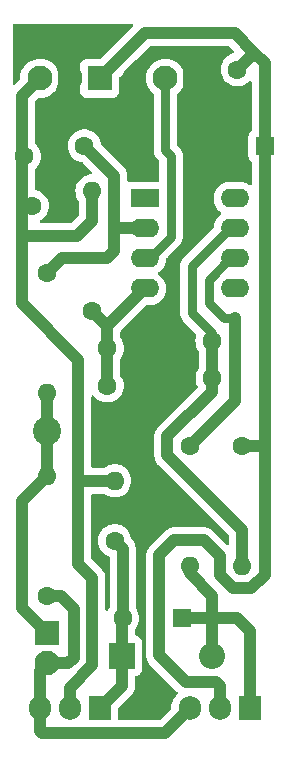
<source format=gbr>
%TF.GenerationSoftware,KiCad,Pcbnew,8.0.3*%
%TF.CreationDate,2024-11-04T11:57:41-05:00*%
%TF.ProjectId,engravable vector driver,656e6772-6176-4616-926c-652076656374,rev?*%
%TF.SameCoordinates,Original*%
%TF.FileFunction,Copper,L2,Bot*%
%TF.FilePolarity,Positive*%
%FSLAX46Y46*%
G04 Gerber Fmt 4.6, Leading zero omitted, Abs format (unit mm)*
G04 Created by KiCad (PCBNEW 8.0.3) date 2024-11-04 11:57:41*
%MOMM*%
%LPD*%
G01*
G04 APERTURE LIST*
%TA.AperFunction,ComponentPad*%
%ADD10C,1.600000*%
%TD*%
%TA.AperFunction,ComponentPad*%
%ADD11O,1.600000X1.600000*%
%TD*%
%TA.AperFunction,ComponentPad*%
%ADD12R,2.400000X1.600000*%
%TD*%
%TA.AperFunction,ComponentPad*%
%ADD13O,2.400000X1.600000*%
%TD*%
%TA.AperFunction,ComponentPad*%
%ADD14R,2.100000X2.100000*%
%TD*%
%TA.AperFunction,ComponentPad*%
%ADD15C,2.100000*%
%TD*%
%TA.AperFunction,ComponentPad*%
%ADD16R,1.905000X2.000000*%
%TD*%
%TA.AperFunction,ComponentPad*%
%ADD17O,1.905000X2.000000*%
%TD*%
%TA.AperFunction,ComponentPad*%
%ADD18C,2.400000*%
%TD*%
%TA.AperFunction,ComponentPad*%
%ADD19O,2.400000X2.400000*%
%TD*%
%TA.AperFunction,ComponentPad*%
%ADD20R,1.600000X1.600000*%
%TD*%
%TA.AperFunction,ComponentPad*%
%ADD21R,2.200000X2.200000*%
%TD*%
%TA.AperFunction,ComponentPad*%
%ADD22O,2.200000X2.200000*%
%TD*%
%TA.AperFunction,Conductor*%
%ADD23C,1.000000*%
%TD*%
%TA.AperFunction,Conductor*%
%ADD24C,0.800000*%
%TD*%
G04 APERTURE END LIST*
D10*
%TO.P,R4,1*%
%TO.N,Net-(U1-V-)*%
X7216208Y-24765000D03*
D11*
%TO.P,R4,2*%
%TO.N,V-*%
X7216208Y-14605000D03*
%TD*%
D12*
%TO.P,U1,1,VOS*%
%TO.N,unconnected-(U1-VOS-Pad1)*%
X11694000Y-15250000D03*
D13*
%TO.P,U1,2,-*%
%TO.N,Net-(U1--)*%
X11694000Y-17790000D03*
%TO.P,U1,3,+*%
%TO.N,Net-(J1-Pin_2)*%
X11694000Y-20330000D03*
%TO.P,U1,4,V-*%
%TO.N,Net-(U1-V-)*%
X11694000Y-22870000D03*
%TO.P,U1,5,NC*%
%TO.N,unconnected-(U1-NC-Pad5)*%
X19314000Y-22870000D03*
%TO.P,U1,6*%
%TO.N,Net-(R5-Pad1)*%
X19314000Y-20330000D03*
%TO.P,U1,7,V+*%
%TO.N,Net-(U1-V+)*%
X19314000Y-17790000D03*
%TO.P,U1,8,VOS*%
%TO.N,unconnected-(U1-VOS-Pad8)*%
X19314000Y-15250000D03*
%TD*%
D10*
%TO.P,C8,1*%
%TO.N,V+*%
X19535208Y-4338000D03*
%TO.P,C8,2*%
%TO.N,GND*%
X19535208Y-6838000D03*
%TD*%
%TO.P,R3,1*%
%TO.N,V+*%
X19939000Y-36195000D03*
D11*
%TO.P,R3,2*%
%TO.N,Net-(U1-V+)*%
X19939000Y-46355000D03*
%TD*%
D14*
%TO.P,J1,1,Pin_1*%
%TO.N,GND*%
X15979208Y-5080000D03*
D15*
%TO.P,J1,2,Pin_2*%
%TO.N,Net-(J1-Pin_2)*%
X13439208Y-5080000D03*
%TD*%
D10*
%TO.P,C9,1*%
%TO.N,GND*%
X4656208Y-15875000D03*
%TO.P,C9,2*%
%TO.N,V-*%
X2156208Y-15875000D03*
%TD*%
D14*
%TO.P,J2,1,Pin_1*%
%TO.N,V+*%
X7874000Y-5080000D03*
D15*
%TO.P,J2,2,Pin_2*%
%TO.N,GND*%
X5334000Y-5080000D03*
%TO.P,J2,3,Pin_3*%
%TO.N,V-*%
X2794000Y-5080000D03*
%TD*%
D16*
%TO.P,Q2,1,B*%
%TO.N,Net-(D1-K)*%
X7874000Y-58420000D03*
D17*
%TO.P,Q2,2,C*%
%TO.N,V-*%
X5334000Y-58420000D03*
%TO.P,Q2,3,E*%
%TO.N,Net-(J3-Pin_2)*%
X2794000Y-58420000D03*
%TD*%
D16*
%TO.P,Q1,1,B*%
%TO.N,Net-(D1-A)*%
X20574000Y-58420000D03*
D17*
%TO.P,Q1,2,C*%
%TO.N,V+*%
X18034000Y-58420000D03*
%TO.P,Q1,3,E*%
%TO.N,Net-(J3-Pin_2)*%
X15494000Y-58420000D03*
%TD*%
D10*
%TO.P,R2,1*%
%TO.N,Net-(U1--)*%
X3429000Y-21590000D03*
D11*
%TO.P,R2,2*%
%TO.N,Net-(J3-Pin_1)*%
X3429000Y-31750000D03*
%TD*%
D10*
%TO.P,C3,1*%
%TO.N,Net-(U1-V+)*%
X17399000Y-30480000D03*
%TO.P,C3,2*%
%TO.N,GND*%
X14899000Y-30480000D03*
%TD*%
%TO.P,R6,1*%
%TO.N,Net-(D1-K)*%
X9144000Y-44225000D03*
D11*
%TO.P,R6,2*%
%TO.N,V-*%
X9144000Y-39145000D03*
%TD*%
D10*
%TO.P,C1,1*%
%TO.N,Net-(U1-V+)*%
X17379000Y-27305000D03*
%TO.P,C1,2*%
%TO.N,GND*%
X14879000Y-27305000D03*
%TD*%
D18*
%TO.P,R8,1*%
%TO.N,Net-(J3-Pin_1)*%
X3429000Y-34925000D03*
D19*
%TO.P,R8,2*%
%TO.N,GND*%
X11049000Y-34925000D03*
%TD*%
D20*
%TO.P,C7,1*%
%TO.N,GND*%
X3990666Y-11696046D03*
D10*
%TO.P,C7,2*%
%TO.N,V-*%
X1490666Y-11696046D03*
%TD*%
%TO.P,C4,1*%
%TO.N,Net-(U1-V-)*%
X8509000Y-31115000D03*
%TO.P,C4,2*%
%TO.N,GND*%
X11009000Y-31115000D03*
%TD*%
D20*
%TO.P,C6,1*%
%TO.N,V+*%
X21866172Y-10841422D03*
D10*
%TO.P,C6,2*%
%TO.N,GND*%
X19366172Y-10841422D03*
%TD*%
D20*
%TO.P,C5,1*%
%TO.N,Net-(D1-A)*%
X14819000Y-50800000D03*
D10*
%TO.P,C5,2*%
%TO.N,Net-(D1-K)*%
X9819000Y-50800000D03*
%TD*%
%TO.P,C2,1*%
%TO.N,GND*%
X11029000Y-27940000D03*
%TO.P,C2,2*%
%TO.N,Net-(U1-V-)*%
X8529000Y-27940000D03*
%TD*%
D21*
%TO.P,D1,1,K*%
%TO.N,Net-(D1-K)*%
X9779000Y-53975000D03*
D22*
%TO.P,D1,2,A*%
%TO.N,Net-(D1-A)*%
X17399000Y-53975000D03*
%TD*%
D10*
%TO.P,R7,1*%
%TO.N,Net-(J3-Pin_2)*%
X3429000Y-48895000D03*
D11*
%TO.P,R7,2*%
%TO.N,Net-(J3-Pin_1)*%
X3429000Y-38735000D03*
%TD*%
D14*
%TO.P,J3,1,Pin_1*%
%TO.N,Net-(J3-Pin_1)*%
X3429000Y-52070000D03*
D15*
%TO.P,J3,2,Pin_2*%
%TO.N,Net-(J3-Pin_2)*%
X3429000Y-54610000D03*
%TD*%
D10*
%TO.P,R1,1*%
%TO.N,Net-(U1--)*%
X6581208Y-10795000D03*
D11*
%TO.P,R1,2*%
%TO.N,GND*%
X16741208Y-10795000D03*
%TD*%
D10*
%TO.P,R5,1*%
%TO.N,Net-(R5-Pad1)*%
X15494000Y-36195000D03*
D11*
%TO.P,R5,2*%
%TO.N,Net-(D1-A)*%
X15494000Y-46355000D03*
%TD*%
D23*
%TO.N,V+*%
X19535208Y-4338000D02*
X20943604Y-2929604D01*
X20943604Y-2909604D02*
X19304000Y-1270000D01*
X21844000Y-3810000D02*
X20943604Y-2909604D01*
X20943604Y-2929604D02*
X20943604Y-2909604D01*
%TO.N,Net-(D1-A)*%
X19535208Y-50800000D02*
X17399000Y-50800000D01*
X20574000Y-51838792D02*
X19535208Y-50800000D01*
X20574000Y-58420000D02*
X20574000Y-51838792D01*
%TO.N,V+*%
X21844000Y-38090000D02*
X21844000Y-36195000D01*
X20726006Y-48255000D02*
X21839000Y-47142006D01*
X21839000Y-38095000D02*
X21844000Y-38090000D01*
X19151994Y-48255000D02*
X20726006Y-48255000D01*
X18039000Y-47142006D02*
X19151994Y-48255000D01*
X21839000Y-47142006D02*
X21839000Y-38095000D01*
X16667006Y-44196000D02*
X18039000Y-45567994D01*
X18039000Y-45567994D02*
X18039000Y-47142006D01*
X12919000Y-45478208D02*
X14201208Y-44196000D01*
X12919000Y-53940000D02*
X12919000Y-45478208D01*
X17694000Y-56175000D02*
X15154000Y-56175000D01*
X15154000Y-56175000D02*
X12919000Y-53940000D01*
X18034000Y-56515000D02*
X17694000Y-56175000D01*
X14201208Y-44196000D02*
X16667006Y-44196000D01*
X18034000Y-58420000D02*
X18034000Y-56515000D01*
%TO.N,V-*%
X1254000Y-24136792D02*
X1254000Y-18415000D01*
X6073208Y-28956000D02*
X1254000Y-24136792D01*
X6073208Y-39116000D02*
X6073208Y-28956000D01*
X6102208Y-39145000D02*
X6073208Y-39116000D01*
X9144000Y-39145000D02*
X6102208Y-39145000D01*
%TO.N,GND*%
X15819208Y-2870000D02*
X15979208Y-3030000D01*
X10391208Y-6858000D02*
X10391208Y-4825534D01*
X15979208Y-3030000D02*
X15979208Y-5080000D01*
X12346742Y-2870000D02*
X15819208Y-2870000D01*
X9629208Y-7620000D02*
X10391208Y-6858000D01*
X10391208Y-4825534D02*
X12346742Y-2870000D01*
X6114000Y-7620000D02*
X9629208Y-7620000D01*
X5334000Y-6840000D02*
X6114000Y-7620000D01*
X5334000Y-5080000D02*
X5334000Y-6840000D01*
D24*
%TO.N,Net-(J1-Pin_2)*%
X12099584Y-20330000D02*
X11694000Y-20330000D01*
X13894000Y-18535584D02*
X12099584Y-20330000D01*
X13894000Y-11630792D02*
X13894000Y-18535584D01*
X13439208Y-11176000D02*
X13894000Y-11630792D01*
X13439208Y-5080000D02*
X13439208Y-11176000D01*
D23*
%TO.N,GND*%
X16741208Y-5842000D02*
X15979208Y-5080000D01*
X16741208Y-10795000D02*
X16741208Y-5842000D01*
D24*
%TO.N,Net-(U1-V+)*%
X19314000Y-17790000D02*
X18882224Y-17790000D01*
D23*
X19939000Y-46355000D02*
X19939000Y-43327006D01*
X17399000Y-30480000D02*
X17399000Y-27325000D01*
D24*
X17379000Y-26650000D02*
X17379000Y-27305000D01*
D23*
X17399000Y-27325000D02*
X17379000Y-27305000D01*
D24*
X18882224Y-17790000D02*
X15714000Y-20958224D01*
D23*
X13594000Y-36982006D02*
X13594000Y-35407994D01*
X19939000Y-43327006D02*
X13594000Y-36982006D01*
X13594000Y-35407994D02*
X17399000Y-31602994D01*
X17399000Y-31602994D02*
X17399000Y-30480000D01*
D24*
X15714000Y-20958224D02*
X15714000Y-24985000D01*
X15714000Y-24985000D02*
X17379000Y-26650000D01*
D23*
%TO.N,GND*%
X11049000Y-33080000D02*
X11049000Y-31155000D01*
X13886378Y-28872378D02*
X12954000Y-27940000D01*
X14879000Y-27305000D02*
X14079001Y-26505001D01*
X16741208Y-17809696D02*
X16741208Y-10795000D01*
X14899000Y-30480000D02*
X14899000Y-28872378D01*
X11049000Y-34925000D02*
X11049000Y-33080000D01*
X14079001Y-20471903D02*
X16741208Y-17809696D01*
X11009000Y-31115000D02*
X11009000Y-27960000D01*
X11029000Y-27940000D02*
X12954000Y-27940000D01*
X14899000Y-27325000D02*
X14879000Y-27305000D01*
X14899000Y-28872378D02*
X13886378Y-28872378D01*
X11049000Y-31155000D02*
X11009000Y-31115000D01*
X14079001Y-26505001D02*
X14079001Y-20471903D01*
X14899000Y-28872378D02*
X14899000Y-27325000D01*
%TO.N,Net-(U1-V-)*%
X8509000Y-31115000D02*
X8509000Y-27960000D01*
X8529000Y-26035000D02*
X8529000Y-26670000D01*
X11694000Y-22870000D02*
X8529000Y-26035000D01*
X8529000Y-26670000D02*
X8529000Y-27940000D01*
X7216208Y-24765000D02*
X8509000Y-26057792D01*
%TO.N,Net-(D1-K)*%
X9819000Y-44900000D02*
X9144000Y-44225000D01*
X7874000Y-58420000D02*
X9779000Y-56515000D01*
X9779000Y-53975000D02*
X9779000Y-50840000D01*
X9819000Y-50800000D02*
X9819000Y-44900000D01*
X9779000Y-50840000D02*
X9819000Y-50800000D01*
X9779000Y-56515000D02*
X9779000Y-53975000D01*
%TO.N,Net-(D1-A)*%
X17399000Y-53975000D02*
X17399000Y-50800000D01*
X17399000Y-50800000D02*
X17399000Y-48895000D01*
X17399000Y-50800000D02*
X14819000Y-50800000D01*
X17399000Y-48895000D02*
X15494000Y-46990000D01*
X15494000Y-46990000D02*
X15494000Y-46355000D01*
%TO.N,V+*%
X11684000Y-1270000D02*
X7874000Y-5080000D01*
X21844000Y-36195000D02*
X21844000Y-4445000D01*
X19304000Y-1270000D02*
X11684000Y-1270000D01*
X21844000Y-4445000D02*
X21844000Y-3810000D01*
X19939000Y-36195000D02*
X21844000Y-36195000D01*
%TO.N,V-*%
X1254000Y-17780000D02*
X1254000Y-18415000D01*
X1254000Y-18415000D02*
X5946208Y-18415000D01*
X5946208Y-18415000D02*
X7216208Y-17145000D01*
X2794000Y-5080000D02*
X1254000Y-6620000D01*
X1254000Y-6620000D02*
X1254000Y-14605000D01*
X1254000Y-15875000D02*
X1254000Y-17780000D01*
X1254000Y-14605000D02*
X1254000Y-15875000D01*
X7216208Y-17145000D02*
X7216208Y-14605000D01*
%TO.N,Net-(U1--)*%
X3429000Y-21590000D02*
X4699000Y-20320000D01*
X9121208Y-17790000D02*
X9121208Y-13335000D01*
X4699000Y-20320000D02*
X8486208Y-20320000D01*
X9121208Y-17790000D02*
X11694000Y-17790000D01*
X8486208Y-20320000D02*
X9121208Y-19685000D01*
X9121208Y-19685000D02*
X9121208Y-17790000D01*
X9121208Y-13335000D02*
X6581208Y-10795000D01*
%TO.N,Net-(J3-Pin_2)*%
X5664000Y-49998630D02*
X4560370Y-48895000D01*
X4560370Y-48895000D02*
X3429000Y-48895000D01*
X2989000Y-60520000D02*
X13394000Y-60520000D01*
X2794000Y-58420000D02*
X2794000Y-60325000D01*
X2794000Y-55245000D02*
X3429000Y-54610000D01*
X2794000Y-60325000D02*
X2989000Y-60520000D01*
X5189000Y-54610000D02*
X5664000Y-54135000D01*
X3429000Y-54610000D02*
X5189000Y-54610000D01*
X13394000Y-60520000D02*
X15494000Y-58420000D01*
X2794000Y-58420000D02*
X2794000Y-55245000D01*
X5664000Y-54135000D02*
X5664000Y-49998630D01*
%TO.N,Net-(J3-Pin_1)*%
X3429000Y-52070000D02*
X1254000Y-49895000D01*
X1254000Y-49895000D02*
X1254000Y-40910000D01*
X3429000Y-38735000D02*
X3429000Y-34925000D01*
X1254000Y-40910000D02*
X3429000Y-38735000D01*
X3429000Y-31750000D02*
X3429000Y-34925000D01*
D24*
%TO.N,Net-(R5-Pad1)*%
X17114000Y-24133585D02*
X17114000Y-22124416D01*
D23*
X19304000Y-25400000D02*
X19304000Y-32385000D01*
D24*
X19304000Y-25400000D02*
X18380415Y-25400000D01*
X18908416Y-20330000D02*
X19314000Y-20330000D01*
X18380415Y-25400000D02*
X17114000Y-24133585D01*
D23*
X19304000Y-32385000D02*
X15494000Y-36195000D01*
D24*
X17114000Y-22124416D02*
X18908416Y-20330000D01*
D23*
%TO.N,V-*%
X7264000Y-54797742D02*
X7264000Y-47418792D01*
X7264000Y-47418792D02*
X6073208Y-46228000D01*
X6073208Y-46228000D02*
X6073208Y-39116000D01*
X7264000Y-54797742D02*
X5334000Y-56727742D01*
X5334000Y-56727742D02*
X5334000Y-58420000D01*
%TD*%
%TA.AperFunction,Conductor*%
%TO.N,GND*%
G36*
X10664835Y-520185D02*
G01*
X10710590Y-572989D01*
X10720534Y-642147D01*
X10691509Y-705703D01*
X10685477Y-712181D01*
X8004475Y-3393181D01*
X7943152Y-3426666D01*
X7916794Y-3429500D01*
X6784636Y-3429500D01*
X6667246Y-3444953D01*
X6667237Y-3444956D01*
X6521160Y-3505463D01*
X6395718Y-3601718D01*
X6299463Y-3727160D01*
X6238956Y-3873237D01*
X6238955Y-3873239D01*
X6223501Y-3990629D01*
X6223500Y-3990645D01*
X6223500Y-6169363D01*
X6238953Y-6286753D01*
X6238956Y-6286762D01*
X6293901Y-6419412D01*
X6299464Y-6432841D01*
X6395718Y-6558282D01*
X6521159Y-6654536D01*
X6667238Y-6715044D01*
X6784639Y-6730500D01*
X8963360Y-6730499D01*
X8963363Y-6730499D01*
X9080753Y-6715046D01*
X9080757Y-6715044D01*
X9080762Y-6715044D01*
X9226841Y-6654536D01*
X9352282Y-6558282D01*
X9448536Y-6432841D01*
X9509044Y-6286762D01*
X9524500Y-6169361D01*
X9524499Y-5037202D01*
X9544184Y-4970164D01*
X9560813Y-4949527D01*
X12103523Y-2406819D01*
X12164846Y-2373334D01*
X12191204Y-2370500D01*
X18796796Y-2370500D01*
X18863835Y-2390185D01*
X18884477Y-2406819D01*
X19245876Y-2768218D01*
X19279361Y-2829541D01*
X19274377Y-2899233D01*
X19232505Y-2955166D01*
X19194781Y-2973171D01*
X19195078Y-2974036D01*
X18970712Y-3051061D01*
X18970703Y-3051064D01*
X18766579Y-3161531D01*
X18766573Y-3161535D01*
X18583430Y-3304081D01*
X18583427Y-3304084D01*
X18426224Y-3474852D01*
X18299283Y-3669151D01*
X18206050Y-3881699D01*
X18149074Y-4106691D01*
X18149072Y-4106702D01*
X18129908Y-4337993D01*
X18129908Y-4338006D01*
X18149072Y-4569297D01*
X18149074Y-4569308D01*
X18206050Y-4794300D01*
X18299283Y-5006848D01*
X18426224Y-5201147D01*
X18426227Y-5201151D01*
X18426229Y-5201153D01*
X18583424Y-5371913D01*
X18583427Y-5371915D01*
X18583430Y-5371918D01*
X18766573Y-5514464D01*
X18766579Y-5514468D01*
X18766582Y-5514470D01*
X18970705Y-5624936D01*
X19084695Y-5664068D01*
X19190223Y-5700297D01*
X19190225Y-5700297D01*
X19190227Y-5700298D01*
X19419159Y-5738500D01*
X19419160Y-5738500D01*
X19651256Y-5738500D01*
X19651257Y-5738500D01*
X19880189Y-5700298D01*
X20099711Y-5624936D01*
X20303834Y-5514470D01*
X20486992Y-5371913D01*
X20528271Y-5327070D01*
X20588157Y-5291082D01*
X20657995Y-5293182D01*
X20715611Y-5332705D01*
X20742713Y-5397105D01*
X20743500Y-5411055D01*
X20743500Y-9470951D01*
X20723815Y-9537990D01*
X20694988Y-9569326D01*
X20637892Y-9613137D01*
X20541635Y-9738582D01*
X20481128Y-9884659D01*
X20481127Y-9884661D01*
X20465673Y-10002051D01*
X20465672Y-10002067D01*
X20465672Y-11680785D01*
X20481125Y-11798175D01*
X20481128Y-11798184D01*
X20541636Y-11944263D01*
X20637890Y-12069704D01*
X20694987Y-12113515D01*
X20736189Y-12169941D01*
X20743500Y-12211890D01*
X20743500Y-14023497D01*
X20723815Y-14090536D01*
X20671011Y-14136291D01*
X20601853Y-14146235D01*
X20546615Y-14123816D01*
X20448021Y-14052184D01*
X20251606Y-13952104D01*
X20251603Y-13952103D01*
X20041952Y-13883985D01*
X19921807Y-13864956D01*
X19824222Y-13849500D01*
X18803778Y-13849500D01*
X18794674Y-13850942D01*
X18586047Y-13883985D01*
X18376396Y-13952103D01*
X18376393Y-13952104D01*
X18179974Y-14052187D01*
X18001641Y-14181752D01*
X18001636Y-14181756D01*
X17845756Y-14337636D01*
X17845752Y-14337641D01*
X17716187Y-14515974D01*
X17616104Y-14712393D01*
X17616103Y-14712396D01*
X17547985Y-14922047D01*
X17513500Y-15139778D01*
X17513500Y-15360221D01*
X17547985Y-15577952D01*
X17616103Y-15787603D01*
X17616104Y-15787606D01*
X17716187Y-15984025D01*
X17845752Y-16162358D01*
X17845756Y-16162363D01*
X18001636Y-16318243D01*
X18001641Y-16318247D01*
X18141254Y-16419682D01*
X18183920Y-16475012D01*
X18189899Y-16544625D01*
X18157293Y-16606420D01*
X18141254Y-16620318D01*
X18001641Y-16721752D01*
X18001636Y-16721756D01*
X17845756Y-16877636D01*
X17845752Y-16877641D01*
X17716187Y-17055974D01*
X17616104Y-17252393D01*
X17616103Y-17252396D01*
X17547985Y-17462047D01*
X17513500Y-17679778D01*
X17513500Y-17692441D01*
X17493815Y-17759480D01*
X17477181Y-17780122D01*
X15076220Y-20181083D01*
X15076218Y-20181085D01*
X15029601Y-20227702D01*
X14936859Y-20320443D01*
X14827371Y-20484303D01*
X14827364Y-20484316D01*
X14751950Y-20666384D01*
X14751947Y-20666394D01*
X14713500Y-20859680D01*
X14713500Y-25083544D01*
X14751947Y-25276829D01*
X14751950Y-25276840D01*
X14762147Y-25301454D01*
X14762148Y-25301460D01*
X14762149Y-25301460D01*
X14827368Y-25458914D01*
X14827369Y-25458917D01*
X14936859Y-25622780D01*
X14936860Y-25622781D01*
X14936861Y-25622782D01*
X15076218Y-25762139D01*
X15076219Y-25762139D01*
X15083286Y-25769206D01*
X15083285Y-25769206D01*
X15083289Y-25769209D01*
X16024370Y-26710290D01*
X16057855Y-26771613D01*
X16052871Y-26841305D01*
X16050255Y-26847757D01*
X16049848Y-26848684D01*
X16049842Y-26848701D01*
X15992866Y-27073691D01*
X15992864Y-27073702D01*
X15973700Y-27304993D01*
X15973700Y-27305006D01*
X15992864Y-27536297D01*
X15992866Y-27536308D01*
X16049842Y-27761300D01*
X16143076Y-27973850D01*
X16270019Y-28168150D01*
X16272352Y-28171147D01*
X16297996Y-28236140D01*
X16298500Y-28247311D01*
X16298500Y-29566951D01*
X16278815Y-29633990D01*
X16278309Y-29634772D01*
X16163075Y-29811151D01*
X16069842Y-30023699D01*
X16012866Y-30248691D01*
X16012864Y-30248702D01*
X15993700Y-30479993D01*
X15993700Y-30480006D01*
X16012864Y-30711297D01*
X16012866Y-30711308D01*
X16069842Y-30936300D01*
X16163077Y-31148853D01*
X16165516Y-31153359D01*
X16163561Y-31154416D01*
X16181031Y-31212353D01*
X16161833Y-31279533D01*
X16144715Y-31300934D01*
X12877072Y-34568580D01*
X12754588Y-34691063D01*
X12754588Y-34691064D01*
X12754586Y-34691066D01*
X12710859Y-34751250D01*
X12652768Y-34831205D01*
X12574128Y-34985546D01*
X12520597Y-35150296D01*
X12493500Y-35321383D01*
X12493500Y-37068616D01*
X12518888Y-37228915D01*
X12520598Y-37239707D01*
X12554338Y-37343548D01*
X12574128Y-37404453D01*
X12613607Y-37481935D01*
X12652768Y-37558794D01*
X12754586Y-37698934D01*
X12754588Y-37698936D01*
X18802181Y-43746529D01*
X18835666Y-43807852D01*
X18838500Y-43834210D01*
X18838500Y-44511790D01*
X18818815Y-44578829D01*
X18766011Y-44624584D01*
X18696853Y-44634528D01*
X18633297Y-44605503D01*
X18626819Y-44599471D01*
X17383936Y-43356588D01*
X17383934Y-43356586D01*
X17243794Y-43254768D01*
X17089451Y-43176127D01*
X16924707Y-43122598D01*
X16924705Y-43122597D01*
X16924704Y-43122597D01*
X16793277Y-43101781D01*
X16753617Y-43095500D01*
X14287819Y-43095500D01*
X14114597Y-43095500D01*
X14074936Y-43101781D01*
X13943510Y-43122597D01*
X13778760Y-43176128D01*
X13624419Y-43254768D01*
X13544464Y-43312859D01*
X13484280Y-43356586D01*
X13484278Y-43356588D01*
X13484277Y-43356588D01*
X12079588Y-44761277D01*
X12079588Y-44761278D01*
X12079586Y-44761280D01*
X12035859Y-44821464D01*
X11977768Y-44901419D01*
X11899128Y-45055760D01*
X11845597Y-45220510D01*
X11818500Y-45391597D01*
X11818500Y-54026610D01*
X11829868Y-54098389D01*
X11845598Y-54197701D01*
X11899127Y-54362445D01*
X11977768Y-54516788D01*
X12079586Y-54656928D01*
X12079588Y-54656930D01*
X14437072Y-57014414D01*
X14446309Y-57021125D01*
X14488974Y-57076456D01*
X14494952Y-57146069D01*
X14462345Y-57207864D01*
X14461104Y-57209123D01*
X14309437Y-57360790D01*
X14165755Y-57558550D01*
X14054780Y-57776352D01*
X13979239Y-58008841D01*
X13941000Y-58250276D01*
X13941000Y-58365296D01*
X13921315Y-58432335D01*
X13904681Y-58452977D01*
X12974477Y-59383181D01*
X12913154Y-59416666D01*
X12886796Y-59419500D01*
X9551000Y-59419500D01*
X9483961Y-59399815D01*
X9438206Y-59347011D01*
X9427000Y-59295500D01*
X9426999Y-58474703D01*
X9446683Y-58407664D01*
X9463313Y-58387027D01*
X10618414Y-57231928D01*
X10720232Y-57091788D01*
X10798873Y-56937445D01*
X10852402Y-56772701D01*
X10879500Y-56601611D01*
X10879500Y-56428389D01*
X10879500Y-55789361D01*
X10899185Y-55722322D01*
X10951989Y-55676567D01*
X10987317Y-55666422D01*
X11035753Y-55660046D01*
X11035757Y-55660044D01*
X11035762Y-55660044D01*
X11181841Y-55599536D01*
X11307282Y-55503282D01*
X11403536Y-55377841D01*
X11464044Y-55231762D01*
X11479500Y-55114361D01*
X11479499Y-52835640D01*
X11479499Y-52835636D01*
X11464046Y-52718246D01*
X11464044Y-52718241D01*
X11464044Y-52718238D01*
X11403536Y-52572159D01*
X11307282Y-52446718D01*
X11181841Y-52350464D01*
X11171054Y-52345996D01*
X11119156Y-52324499D01*
X11035762Y-52289956D01*
X11026457Y-52288731D01*
X10987313Y-52283577D01*
X10923417Y-52255309D01*
X10884946Y-52196984D01*
X10879500Y-52160638D01*
X10879500Y-51764200D01*
X10899185Y-51697161D01*
X10912271Y-51680217D01*
X10927978Y-51663154D01*
X10959500Y-51614906D01*
X11054924Y-51468849D01*
X11148157Y-51256300D01*
X11205134Y-51031305D01*
X11205135Y-51031297D01*
X11224300Y-50800006D01*
X11224300Y-50799993D01*
X11205135Y-50568702D01*
X11205133Y-50568691D01*
X11148157Y-50343699D01*
X11054924Y-50131151D01*
X10939691Y-49954772D01*
X10919503Y-49887883D01*
X10919500Y-49886951D01*
X10919500Y-44813389D01*
X10911246Y-44761277D01*
X10892402Y-44642299D01*
X10838873Y-44477555D01*
X10760232Y-44323212D01*
X10658414Y-44183072D01*
X10567795Y-44092453D01*
X10534310Y-44031130D01*
X10531900Y-44015019D01*
X10530134Y-43993695D01*
X10473157Y-43768700D01*
X10379924Y-43556151D01*
X10252983Y-43361852D01*
X10252980Y-43361849D01*
X10252979Y-43361847D01*
X10095784Y-43191087D01*
X10095779Y-43191083D01*
X10095777Y-43191081D01*
X9912634Y-43048535D01*
X9912628Y-43048531D01*
X9708504Y-42938064D01*
X9708495Y-42938061D01*
X9488984Y-42862702D01*
X9317282Y-42834050D01*
X9260049Y-42824500D01*
X9027951Y-42824500D01*
X8982164Y-42832140D01*
X8799015Y-42862702D01*
X8579504Y-42938061D01*
X8579495Y-42938064D01*
X8375371Y-43048531D01*
X8375365Y-43048535D01*
X8192222Y-43191081D01*
X8192219Y-43191084D01*
X8035016Y-43361852D01*
X7908075Y-43556151D01*
X7814842Y-43768699D01*
X7757866Y-43993691D01*
X7757864Y-43993702D01*
X7738700Y-44224993D01*
X7738700Y-44225006D01*
X7757864Y-44456297D01*
X7757866Y-44456308D01*
X7814842Y-44681300D01*
X7908075Y-44893848D01*
X8035016Y-45088147D01*
X8035019Y-45088151D01*
X8035021Y-45088153D01*
X8192216Y-45258913D01*
X8192219Y-45258915D01*
X8192222Y-45258918D01*
X8375365Y-45401464D01*
X8375371Y-45401468D01*
X8375374Y-45401470D01*
X8579497Y-45511936D01*
X8634763Y-45530908D01*
X8691777Y-45571292D01*
X8717908Y-45636091D01*
X8718500Y-45648189D01*
X8718500Y-49886951D01*
X8698815Y-49953990D01*
X8698309Y-49954772D01*
X8592309Y-50117018D01*
X8539163Y-50162375D01*
X8469931Y-50171799D01*
X8406595Y-50142297D01*
X8369264Y-50083237D01*
X8364500Y-50049197D01*
X8364500Y-47332181D01*
X8337402Y-47161093D01*
X8337402Y-47161091D01*
X8285380Y-47000985D01*
X8284318Y-46997219D01*
X8205231Y-46842003D01*
X8182924Y-46811300D01*
X8103414Y-46701864D01*
X7210027Y-45808477D01*
X7176542Y-45747154D01*
X7173708Y-45720796D01*
X7173708Y-40369500D01*
X7193393Y-40302461D01*
X7246197Y-40256706D01*
X7297708Y-40245500D01*
X8235198Y-40245500D01*
X8302237Y-40265185D01*
X8311360Y-40271647D01*
X8375365Y-40321464D01*
X8375371Y-40321468D01*
X8375374Y-40321470D01*
X8579497Y-40431936D01*
X8693487Y-40471068D01*
X8799015Y-40507297D01*
X8799017Y-40507297D01*
X8799019Y-40507298D01*
X9027951Y-40545500D01*
X9027952Y-40545500D01*
X9260048Y-40545500D01*
X9260049Y-40545500D01*
X9488981Y-40507298D01*
X9708503Y-40431936D01*
X9912626Y-40321470D01*
X10095784Y-40178913D01*
X10252979Y-40008153D01*
X10379924Y-39813849D01*
X10473157Y-39601300D01*
X10530134Y-39376305D01*
X10545717Y-39188245D01*
X10549300Y-39145006D01*
X10549300Y-39144993D01*
X10530135Y-38913702D01*
X10530133Y-38913691D01*
X10473157Y-38688699D01*
X10379924Y-38476151D01*
X10252983Y-38281852D01*
X10252980Y-38281849D01*
X10252979Y-38281847D01*
X10095784Y-38111087D01*
X10095779Y-38111083D01*
X10095777Y-38111081D01*
X9912634Y-37968535D01*
X9912628Y-37968531D01*
X9708504Y-37858064D01*
X9708495Y-37858061D01*
X9488984Y-37782702D01*
X9317282Y-37754050D01*
X9260049Y-37744500D01*
X9027951Y-37744500D01*
X8982164Y-37752140D01*
X8799015Y-37782702D01*
X8579504Y-37858061D01*
X8579495Y-37858064D01*
X8375371Y-37968531D01*
X8375365Y-37968535D01*
X8311360Y-38018353D01*
X8246366Y-38043996D01*
X8235198Y-38044500D01*
X7297708Y-38044500D01*
X7230669Y-38024815D01*
X7184914Y-37972011D01*
X7173708Y-37920500D01*
X7173708Y-32048264D01*
X7193393Y-31981225D01*
X7246197Y-31935470D01*
X7315355Y-31925526D01*
X7378911Y-31954551D01*
X7396333Y-31974508D01*
X7396863Y-31974097D01*
X7400011Y-31978141D01*
X7400017Y-31978147D01*
X7400021Y-31978153D01*
X7557216Y-32148913D01*
X7557219Y-32148915D01*
X7557222Y-32148918D01*
X7740365Y-32291464D01*
X7740371Y-32291468D01*
X7740374Y-32291470D01*
X7944497Y-32401936D01*
X8058487Y-32441068D01*
X8164015Y-32477297D01*
X8164017Y-32477297D01*
X8164019Y-32477298D01*
X8392951Y-32515500D01*
X8392952Y-32515500D01*
X8625048Y-32515500D01*
X8625049Y-32515500D01*
X8853981Y-32477298D01*
X9073503Y-32401936D01*
X9277626Y-32291470D01*
X9460784Y-32148913D01*
X9617979Y-31978153D01*
X9744924Y-31783849D01*
X9838157Y-31571300D01*
X9895134Y-31346305D01*
X9898620Y-31304237D01*
X9914300Y-31115006D01*
X9914300Y-31114993D01*
X9895135Y-30883702D01*
X9895133Y-30883691D01*
X9838157Y-30658699D01*
X9744924Y-30446151D01*
X9629691Y-30269772D01*
X9609503Y-30202883D01*
X9609500Y-30201951D01*
X9609500Y-28882311D01*
X9629185Y-28815272D01*
X9635648Y-28806147D01*
X9637970Y-28803162D01*
X9637979Y-28803153D01*
X9764924Y-28608849D01*
X9858157Y-28396300D01*
X9915134Y-28171305D01*
X9915147Y-28171147D01*
X9934300Y-27940006D01*
X9934300Y-27939993D01*
X9915135Y-27708702D01*
X9915133Y-27708691D01*
X9858157Y-27483699D01*
X9764924Y-27271151D01*
X9649691Y-27094772D01*
X9629503Y-27027883D01*
X9629500Y-27026951D01*
X9629500Y-26542204D01*
X9649185Y-26475165D01*
X9665819Y-26454523D01*
X11813523Y-24306819D01*
X11874846Y-24273334D01*
X11901204Y-24270500D01*
X12204221Y-24270500D01*
X12204222Y-24270500D01*
X12421951Y-24236015D01*
X12631606Y-24167895D01*
X12828022Y-24067815D01*
X13006365Y-23938242D01*
X13162242Y-23782365D01*
X13291815Y-23604022D01*
X13391895Y-23407606D01*
X13460015Y-23197951D01*
X13494500Y-22980222D01*
X13494500Y-22759778D01*
X13460015Y-22542049D01*
X13391895Y-22332394D01*
X13391895Y-22332393D01*
X13354421Y-22258848D01*
X13291815Y-22135978D01*
X13226661Y-22046300D01*
X13162247Y-21957641D01*
X13162243Y-21957636D01*
X13006363Y-21801756D01*
X13006358Y-21801752D01*
X12866745Y-21700318D01*
X12824079Y-21644989D01*
X12818100Y-21575375D01*
X12850705Y-21513580D01*
X12866745Y-21499682D01*
X13006358Y-21398247D01*
X13006356Y-21398247D01*
X13006365Y-21398242D01*
X13162242Y-21242365D01*
X13291815Y-21064022D01*
X13391895Y-20867606D01*
X13460015Y-20657951D01*
X13494500Y-20440222D01*
X13494500Y-20401366D01*
X13514185Y-20334327D01*
X13530819Y-20313685D01*
X14671136Y-19173369D01*
X14671136Y-19173368D01*
X14671139Y-19173366D01*
X14723167Y-19095500D01*
X14780631Y-19009500D01*
X14780635Y-19009492D01*
X14796943Y-18970117D01*
X14834064Y-18880500D01*
X14856051Y-18827420D01*
X14894500Y-18634125D01*
X14894500Y-18437044D01*
X14894500Y-11532251D01*
X14894500Y-11532248D01*
X14856052Y-11338962D01*
X14856051Y-11338961D01*
X14856051Y-11338957D01*
X14814957Y-11239746D01*
X14780635Y-11156884D01*
X14780628Y-11156871D01*
X14671139Y-10993010D01*
X14671136Y-10993006D01*
X14528686Y-10850556D01*
X14528655Y-10850527D01*
X14476027Y-10797899D01*
X14442542Y-10736576D01*
X14439708Y-10710218D01*
X14439708Y-6453208D01*
X14459393Y-6386169D01*
X14483173Y-6358920D01*
X14609897Y-6250689D01*
X14778620Y-6053140D01*
X14914362Y-5831628D01*
X15013781Y-5591610D01*
X15074429Y-5338994D01*
X15094812Y-5080000D01*
X15074429Y-4821006D01*
X15013781Y-4568390D01*
X14914362Y-4328372D01*
X14778620Y-4106860D01*
X14609897Y-3909311D01*
X14412348Y-3740588D01*
X14190836Y-3604846D01*
X14190835Y-3604845D01*
X14190831Y-3604843D01*
X14024835Y-3536086D01*
X13950818Y-3505427D01*
X13950819Y-3505427D01*
X13813129Y-3472370D01*
X13698202Y-3444779D01*
X13698200Y-3444778D01*
X13698199Y-3444778D01*
X13439208Y-3424396D01*
X13180217Y-3444778D01*
X12927597Y-3505427D01*
X12687584Y-3604843D01*
X12466067Y-3740588D01*
X12268519Y-3909311D01*
X12099796Y-4106859D01*
X11964051Y-4328376D01*
X11864635Y-4568389D01*
X11803986Y-4821009D01*
X11783604Y-5080000D01*
X11803986Y-5338990D01*
X11864635Y-5591610D01*
X11964051Y-5831623D01*
X11964053Y-5831627D01*
X11964054Y-5831628D01*
X12099796Y-6053140D01*
X12268519Y-6250689D01*
X12395240Y-6358919D01*
X12433433Y-6417424D01*
X12438708Y-6453208D01*
X12438708Y-11274543D01*
X12476540Y-11464738D01*
X12476541Y-11464741D01*
X12477157Y-11467835D01*
X12477158Y-11467838D01*
X12552572Y-11649907D01*
X12552579Y-11649920D01*
X12662068Y-11813781D01*
X12662071Y-11813785D01*
X12805745Y-11957459D01*
X12805767Y-11957479D01*
X12857181Y-12008893D01*
X12890666Y-12070216D01*
X12893500Y-12096574D01*
X12893500Y-13725500D01*
X12873815Y-13792539D01*
X12821011Y-13838294D01*
X12769500Y-13849500D01*
X10454643Y-13849500D01*
X10361890Y-13861710D01*
X10292855Y-13850942D01*
X10240601Y-13804561D01*
X10221708Y-13738770D01*
X10221708Y-13248389D01*
X10194610Y-13077301D01*
X10194610Y-13077299D01*
X10142588Y-12917193D01*
X10141526Y-12913427D01*
X10079652Y-12791993D01*
X10062440Y-12758212D01*
X9960622Y-12618072D01*
X8005003Y-10662453D01*
X7971518Y-10601130D01*
X7969108Y-10585019D01*
X7967342Y-10563695D01*
X7910365Y-10338700D01*
X7817132Y-10126151D01*
X7736064Y-10002067D01*
X7690191Y-9931852D01*
X7690188Y-9931849D01*
X7690187Y-9931847D01*
X7532992Y-9761087D01*
X7532987Y-9761083D01*
X7532985Y-9761081D01*
X7349842Y-9618535D01*
X7349836Y-9618531D01*
X7145712Y-9508064D01*
X7145703Y-9508061D01*
X6926192Y-9432702D01*
X6754490Y-9404050D01*
X6697257Y-9394500D01*
X6465159Y-9394500D01*
X6419372Y-9402140D01*
X6236223Y-9432702D01*
X6016712Y-9508061D01*
X6016703Y-9508064D01*
X5812579Y-9618531D01*
X5812573Y-9618535D01*
X5629430Y-9761081D01*
X5629427Y-9761084D01*
X5472224Y-9931852D01*
X5345283Y-10126151D01*
X5252050Y-10338699D01*
X5195074Y-10563691D01*
X5195072Y-10563702D01*
X5175908Y-10794993D01*
X5175908Y-10795006D01*
X5195072Y-11026297D01*
X5195074Y-11026308D01*
X5252050Y-11251300D01*
X5345283Y-11463848D01*
X5472224Y-11658147D01*
X5472227Y-11658151D01*
X5472229Y-11658153D01*
X5629424Y-11828913D01*
X5629427Y-11828915D01*
X5629430Y-11828918D01*
X5812573Y-11971464D01*
X5812579Y-11971468D01*
X5812582Y-11971470D01*
X6016705Y-12081936D01*
X6236227Y-12157298D01*
X6378214Y-12180990D01*
X6441097Y-12211440D01*
X6445484Y-12215618D01*
X7222685Y-12992819D01*
X7256170Y-13054142D01*
X7251186Y-13123834D01*
X7209314Y-13179767D01*
X7143850Y-13204184D01*
X7135004Y-13204500D01*
X7100159Y-13204500D01*
X7054372Y-13212140D01*
X6871223Y-13242702D01*
X6651712Y-13318061D01*
X6651703Y-13318064D01*
X6447579Y-13428531D01*
X6447573Y-13428535D01*
X6264430Y-13571081D01*
X6264427Y-13571084D01*
X6107224Y-13741852D01*
X5980283Y-13936151D01*
X5887050Y-14148699D01*
X5830074Y-14373691D01*
X5830072Y-14373702D01*
X5810908Y-14604993D01*
X5810908Y-14605006D01*
X5830072Y-14836297D01*
X5830074Y-14836308D01*
X5887050Y-15061300D01*
X5980282Y-15273845D01*
X5980284Y-15273849D01*
X6095517Y-15450227D01*
X6115704Y-15517115D01*
X6115708Y-15518047D01*
X6115708Y-16637796D01*
X6096023Y-16704835D01*
X6079389Y-16725477D01*
X5526685Y-17278181D01*
X5465362Y-17311666D01*
X5439004Y-17314500D01*
X2928463Y-17314500D01*
X2861424Y-17294815D01*
X2815669Y-17242011D01*
X2805725Y-17172853D01*
X2834750Y-17109297D01*
X2869445Y-17081445D01*
X2924834Y-17051470D01*
X3107992Y-16908913D01*
X3265187Y-16738153D01*
X3392132Y-16543849D01*
X3485365Y-16331300D01*
X3542342Y-16106305D01*
X3542343Y-16106297D01*
X3561508Y-15875006D01*
X3561508Y-15874993D01*
X3542343Y-15643702D01*
X3542341Y-15643691D01*
X3485365Y-15418699D01*
X3392132Y-15206151D01*
X3265191Y-15011852D01*
X3265188Y-15011849D01*
X3265187Y-15011847D01*
X3107992Y-14841087D01*
X3107987Y-14841083D01*
X3107985Y-14841081D01*
X2924842Y-14698535D01*
X2924836Y-14698531D01*
X2720712Y-14588064D01*
X2720703Y-14588061D01*
X2501186Y-14512700D01*
X2501188Y-14512700D01*
X2458088Y-14505508D01*
X2395204Y-14475057D01*
X2358765Y-14415442D01*
X2354500Y-14383200D01*
X2354500Y-12859032D01*
X2374185Y-12791993D01*
X2402335Y-12761180D01*
X2442450Y-12729959D01*
X2599645Y-12559199D01*
X2726590Y-12364895D01*
X2819823Y-12152346D01*
X2876800Y-11927351D01*
X2876801Y-11927343D01*
X2895966Y-11696052D01*
X2895966Y-11696039D01*
X2876801Y-11464748D01*
X2876799Y-11464737D01*
X2819823Y-11239745D01*
X2726590Y-11027197D01*
X2599649Y-10832898D01*
X2599646Y-10832895D01*
X2599645Y-10832893D01*
X2442450Y-10662133D01*
X2438780Y-10659277D01*
X2402336Y-10630910D01*
X2361524Y-10574200D01*
X2354500Y-10533058D01*
X2354500Y-7127203D01*
X2374185Y-7060164D01*
X2390815Y-7039526D01*
X2661559Y-6768781D01*
X2722880Y-6735298D01*
X2758964Y-6732846D01*
X2794000Y-6735604D01*
X3052994Y-6715221D01*
X3305610Y-6654573D01*
X3545628Y-6555154D01*
X3767140Y-6419412D01*
X3964689Y-6250689D01*
X4133412Y-6053140D01*
X4269154Y-5831628D01*
X4368573Y-5591610D01*
X4429221Y-5338994D01*
X4449604Y-5080000D01*
X4429221Y-4821006D01*
X4368573Y-4568390D01*
X4269154Y-4328372D01*
X4133412Y-4106860D01*
X3964689Y-3909311D01*
X3767140Y-3740588D01*
X3545628Y-3604846D01*
X3545627Y-3604845D01*
X3545623Y-3604843D01*
X3379627Y-3536086D01*
X3305610Y-3505427D01*
X3305611Y-3505427D01*
X3167921Y-3472370D01*
X3052994Y-3444779D01*
X3052992Y-3444778D01*
X3052991Y-3444778D01*
X2794000Y-3424396D01*
X2535009Y-3444778D01*
X2282389Y-3505427D01*
X2042376Y-3604843D01*
X1820859Y-3740588D01*
X1623311Y-3909311D01*
X1454588Y-4106859D01*
X1318843Y-4328376D01*
X1219427Y-4568389D01*
X1158778Y-4821009D01*
X1138396Y-5080000D01*
X1141153Y-5115031D01*
X1126788Y-5183408D01*
X1105216Y-5212440D01*
X712181Y-5605476D01*
X650858Y-5638961D01*
X581167Y-5633977D01*
X525233Y-5592106D01*
X500816Y-5526641D01*
X500500Y-5517795D01*
X500500Y-624500D01*
X520185Y-557461D01*
X572989Y-511706D01*
X624500Y-500500D01*
X10597796Y-500500D01*
X10664835Y-520185D01*
G37*
%TD.AperFunction*%
%TD*%
M02*

</source>
